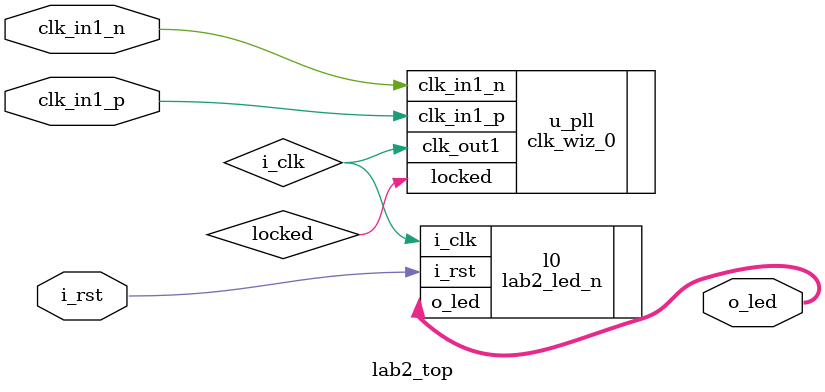
<source format=sv>
`timescale 1ns / 1ps


module lab2_top
#(
    parameter CLK_FREQUENCY = 200000000, // Гц
    parameter BLINK_PERIOD = 1 // секунд
)
(
    input wire clk_in1_p,
    input wire clk_in1_n,
    input wire i_rst,
    output logic [3:0] o_led
    //output wire i_clk
);

wire i_clk;

clk_wiz_0 u_pll
   (
    // Clock out ports
    .clk_out1(i_clk),     // output clk_out1
    // Status and control signals
    //.reset(i_rst), // input reset
    .locked(locked),       // output locked
   // Clock in ports
    .clk_in1_p(clk_in1_p),    // input clk_in1_p
    .clk_in1_n(clk_in1_n)
    );    // input clk_in1_n

lab2_led_n# (.CLK_FREQUENCY(CLK_FREQUENCY),.BLINK_PERIOD (BLINK_PERIOD),.OUT_WIDTH(4))
l0 (.i_clk(i_clk),.i_rst(i_rst),.o_led(o_led));

endmodule
</source>
